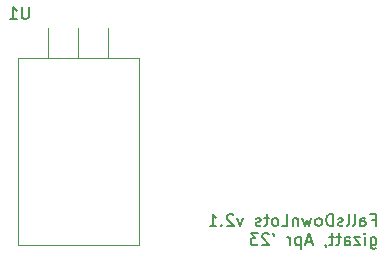
<source format=gbr>
%TF.GenerationSoftware,KiCad,Pcbnew,7.0.1*%
%TF.CreationDate,2023-04-23T15:33:48-04:00*%
%TF.ProjectId,board_v2,626f6172-645f-4763-922e-6b696361645f,rev?*%
%TF.SameCoordinates,Original*%
%TF.FileFunction,Legend,Bot*%
%TF.FilePolarity,Positive*%
%FSLAX46Y46*%
G04 Gerber Fmt 4.6, Leading zero omitted, Abs format (unit mm)*
G04 Created by KiCad (PCBNEW 7.0.1) date 2023-04-23 15:33:48*
%MOMM*%
%LPD*%
G01*
G04 APERTURE LIST*
%ADD10C,0.150000*%
%ADD11C,0.120000*%
G04 APERTURE END LIST*
D10*
X131508571Y-91713809D02*
X131841904Y-91713809D01*
X131841904Y-92237619D02*
X131841904Y-91237619D01*
X131841904Y-91237619D02*
X131365714Y-91237619D01*
X130556190Y-92237619D02*
X130556190Y-91713809D01*
X130556190Y-91713809D02*
X130603809Y-91618571D01*
X130603809Y-91618571D02*
X130699047Y-91570952D01*
X130699047Y-91570952D02*
X130889523Y-91570952D01*
X130889523Y-91570952D02*
X130984761Y-91618571D01*
X130556190Y-92190000D02*
X130651428Y-92237619D01*
X130651428Y-92237619D02*
X130889523Y-92237619D01*
X130889523Y-92237619D02*
X130984761Y-92190000D01*
X130984761Y-92190000D02*
X131032380Y-92094761D01*
X131032380Y-92094761D02*
X131032380Y-91999523D01*
X131032380Y-91999523D02*
X130984761Y-91904285D01*
X130984761Y-91904285D02*
X130889523Y-91856666D01*
X130889523Y-91856666D02*
X130651428Y-91856666D01*
X130651428Y-91856666D02*
X130556190Y-91809047D01*
X129937142Y-92237619D02*
X130032380Y-92190000D01*
X130032380Y-92190000D02*
X130079999Y-92094761D01*
X130079999Y-92094761D02*
X130079999Y-91237619D01*
X129413332Y-92237619D02*
X129508570Y-92190000D01*
X129508570Y-92190000D02*
X129556189Y-92094761D01*
X129556189Y-92094761D02*
X129556189Y-91237619D01*
X129079998Y-92190000D02*
X128984760Y-92237619D01*
X128984760Y-92237619D02*
X128794284Y-92237619D01*
X128794284Y-92237619D02*
X128699046Y-92190000D01*
X128699046Y-92190000D02*
X128651427Y-92094761D01*
X128651427Y-92094761D02*
X128651427Y-92047142D01*
X128651427Y-92047142D02*
X128699046Y-91951904D01*
X128699046Y-91951904D02*
X128794284Y-91904285D01*
X128794284Y-91904285D02*
X128937141Y-91904285D01*
X128937141Y-91904285D02*
X129032379Y-91856666D01*
X129032379Y-91856666D02*
X129079998Y-91761428D01*
X129079998Y-91761428D02*
X129079998Y-91713809D01*
X129079998Y-91713809D02*
X129032379Y-91618571D01*
X129032379Y-91618571D02*
X128937141Y-91570952D01*
X128937141Y-91570952D02*
X128794284Y-91570952D01*
X128794284Y-91570952D02*
X128699046Y-91618571D01*
X128222855Y-92237619D02*
X128222855Y-91237619D01*
X128222855Y-91237619D02*
X127984760Y-91237619D01*
X127984760Y-91237619D02*
X127841903Y-91285238D01*
X127841903Y-91285238D02*
X127746665Y-91380476D01*
X127746665Y-91380476D02*
X127699046Y-91475714D01*
X127699046Y-91475714D02*
X127651427Y-91666190D01*
X127651427Y-91666190D02*
X127651427Y-91809047D01*
X127651427Y-91809047D02*
X127699046Y-91999523D01*
X127699046Y-91999523D02*
X127746665Y-92094761D01*
X127746665Y-92094761D02*
X127841903Y-92190000D01*
X127841903Y-92190000D02*
X127984760Y-92237619D01*
X127984760Y-92237619D02*
X128222855Y-92237619D01*
X127079998Y-92237619D02*
X127175236Y-92190000D01*
X127175236Y-92190000D02*
X127222855Y-92142380D01*
X127222855Y-92142380D02*
X127270474Y-92047142D01*
X127270474Y-92047142D02*
X127270474Y-91761428D01*
X127270474Y-91761428D02*
X127222855Y-91666190D01*
X127222855Y-91666190D02*
X127175236Y-91618571D01*
X127175236Y-91618571D02*
X127079998Y-91570952D01*
X127079998Y-91570952D02*
X126937141Y-91570952D01*
X126937141Y-91570952D02*
X126841903Y-91618571D01*
X126841903Y-91618571D02*
X126794284Y-91666190D01*
X126794284Y-91666190D02*
X126746665Y-91761428D01*
X126746665Y-91761428D02*
X126746665Y-92047142D01*
X126746665Y-92047142D02*
X126794284Y-92142380D01*
X126794284Y-92142380D02*
X126841903Y-92190000D01*
X126841903Y-92190000D02*
X126937141Y-92237619D01*
X126937141Y-92237619D02*
X127079998Y-92237619D01*
X126413331Y-91570952D02*
X126222855Y-92237619D01*
X126222855Y-92237619D02*
X126032379Y-91761428D01*
X126032379Y-91761428D02*
X125841903Y-92237619D01*
X125841903Y-92237619D02*
X125651427Y-91570952D01*
X125270474Y-91570952D02*
X125270474Y-92237619D01*
X125270474Y-91666190D02*
X125222855Y-91618571D01*
X125222855Y-91618571D02*
X125127617Y-91570952D01*
X125127617Y-91570952D02*
X124984760Y-91570952D01*
X124984760Y-91570952D02*
X124889522Y-91618571D01*
X124889522Y-91618571D02*
X124841903Y-91713809D01*
X124841903Y-91713809D02*
X124841903Y-92237619D01*
X123889522Y-92237619D02*
X124365712Y-92237619D01*
X124365712Y-92237619D02*
X124365712Y-91237619D01*
X123413331Y-92237619D02*
X123508569Y-92190000D01*
X123508569Y-92190000D02*
X123556188Y-92142380D01*
X123556188Y-92142380D02*
X123603807Y-92047142D01*
X123603807Y-92047142D02*
X123603807Y-91761428D01*
X123603807Y-91761428D02*
X123556188Y-91666190D01*
X123556188Y-91666190D02*
X123508569Y-91618571D01*
X123508569Y-91618571D02*
X123413331Y-91570952D01*
X123413331Y-91570952D02*
X123270474Y-91570952D01*
X123270474Y-91570952D02*
X123175236Y-91618571D01*
X123175236Y-91618571D02*
X123127617Y-91666190D01*
X123127617Y-91666190D02*
X123079998Y-91761428D01*
X123079998Y-91761428D02*
X123079998Y-92047142D01*
X123079998Y-92047142D02*
X123127617Y-92142380D01*
X123127617Y-92142380D02*
X123175236Y-92190000D01*
X123175236Y-92190000D02*
X123270474Y-92237619D01*
X123270474Y-92237619D02*
X123413331Y-92237619D01*
X122794283Y-91570952D02*
X122413331Y-91570952D01*
X122651426Y-91237619D02*
X122651426Y-92094761D01*
X122651426Y-92094761D02*
X122603807Y-92190000D01*
X122603807Y-92190000D02*
X122508569Y-92237619D01*
X122508569Y-92237619D02*
X122413331Y-92237619D01*
X122127616Y-92190000D02*
X122032378Y-92237619D01*
X122032378Y-92237619D02*
X121841902Y-92237619D01*
X121841902Y-92237619D02*
X121746664Y-92190000D01*
X121746664Y-92190000D02*
X121699045Y-92094761D01*
X121699045Y-92094761D02*
X121699045Y-92047142D01*
X121699045Y-92047142D02*
X121746664Y-91951904D01*
X121746664Y-91951904D02*
X121841902Y-91904285D01*
X121841902Y-91904285D02*
X121984759Y-91904285D01*
X121984759Y-91904285D02*
X122079997Y-91856666D01*
X122079997Y-91856666D02*
X122127616Y-91761428D01*
X122127616Y-91761428D02*
X122127616Y-91713809D01*
X122127616Y-91713809D02*
X122079997Y-91618571D01*
X122079997Y-91618571D02*
X121984759Y-91570952D01*
X121984759Y-91570952D02*
X121841902Y-91570952D01*
X121841902Y-91570952D02*
X121746664Y-91618571D01*
X120603806Y-91570952D02*
X120365711Y-92237619D01*
X120365711Y-92237619D02*
X120127616Y-91570952D01*
X119794282Y-91332857D02*
X119746663Y-91285238D01*
X119746663Y-91285238D02*
X119651425Y-91237619D01*
X119651425Y-91237619D02*
X119413330Y-91237619D01*
X119413330Y-91237619D02*
X119318092Y-91285238D01*
X119318092Y-91285238D02*
X119270473Y-91332857D01*
X119270473Y-91332857D02*
X119222854Y-91428095D01*
X119222854Y-91428095D02*
X119222854Y-91523333D01*
X119222854Y-91523333D02*
X119270473Y-91666190D01*
X119270473Y-91666190D02*
X119841901Y-92237619D01*
X119841901Y-92237619D02*
X119222854Y-92237619D01*
X118794282Y-92142380D02*
X118746663Y-92190000D01*
X118746663Y-92190000D02*
X118794282Y-92237619D01*
X118794282Y-92237619D02*
X118841901Y-92190000D01*
X118841901Y-92190000D02*
X118794282Y-92142380D01*
X118794282Y-92142380D02*
X118794282Y-92237619D01*
X117794283Y-92237619D02*
X118365711Y-92237619D01*
X118079997Y-92237619D02*
X118079997Y-91237619D01*
X118079997Y-91237619D02*
X118175235Y-91380476D01*
X118175235Y-91380476D02*
X118270473Y-91475714D01*
X118270473Y-91475714D02*
X118365711Y-91523333D01*
X131413333Y-93190952D02*
X131413333Y-94000476D01*
X131413333Y-94000476D02*
X131460952Y-94095714D01*
X131460952Y-94095714D02*
X131508571Y-94143333D01*
X131508571Y-94143333D02*
X131603809Y-94190952D01*
X131603809Y-94190952D02*
X131746666Y-94190952D01*
X131746666Y-94190952D02*
X131841904Y-94143333D01*
X131413333Y-93810000D02*
X131508571Y-93857619D01*
X131508571Y-93857619D02*
X131699047Y-93857619D01*
X131699047Y-93857619D02*
X131794285Y-93810000D01*
X131794285Y-93810000D02*
X131841904Y-93762380D01*
X131841904Y-93762380D02*
X131889523Y-93667142D01*
X131889523Y-93667142D02*
X131889523Y-93381428D01*
X131889523Y-93381428D02*
X131841904Y-93286190D01*
X131841904Y-93286190D02*
X131794285Y-93238571D01*
X131794285Y-93238571D02*
X131699047Y-93190952D01*
X131699047Y-93190952D02*
X131508571Y-93190952D01*
X131508571Y-93190952D02*
X131413333Y-93238571D01*
X130937142Y-93857619D02*
X130937142Y-93190952D01*
X130937142Y-92857619D02*
X130984761Y-92905238D01*
X130984761Y-92905238D02*
X130937142Y-92952857D01*
X130937142Y-92952857D02*
X130889523Y-92905238D01*
X130889523Y-92905238D02*
X130937142Y-92857619D01*
X130937142Y-92857619D02*
X130937142Y-92952857D01*
X130556190Y-93190952D02*
X130032381Y-93190952D01*
X130032381Y-93190952D02*
X130556190Y-93857619D01*
X130556190Y-93857619D02*
X130032381Y-93857619D01*
X129222857Y-93857619D02*
X129222857Y-93333809D01*
X129222857Y-93333809D02*
X129270476Y-93238571D01*
X129270476Y-93238571D02*
X129365714Y-93190952D01*
X129365714Y-93190952D02*
X129556190Y-93190952D01*
X129556190Y-93190952D02*
X129651428Y-93238571D01*
X129222857Y-93810000D02*
X129318095Y-93857619D01*
X129318095Y-93857619D02*
X129556190Y-93857619D01*
X129556190Y-93857619D02*
X129651428Y-93810000D01*
X129651428Y-93810000D02*
X129699047Y-93714761D01*
X129699047Y-93714761D02*
X129699047Y-93619523D01*
X129699047Y-93619523D02*
X129651428Y-93524285D01*
X129651428Y-93524285D02*
X129556190Y-93476666D01*
X129556190Y-93476666D02*
X129318095Y-93476666D01*
X129318095Y-93476666D02*
X129222857Y-93429047D01*
X128889523Y-93190952D02*
X128508571Y-93190952D01*
X128746666Y-92857619D02*
X128746666Y-93714761D01*
X128746666Y-93714761D02*
X128699047Y-93810000D01*
X128699047Y-93810000D02*
X128603809Y-93857619D01*
X128603809Y-93857619D02*
X128508571Y-93857619D01*
X128318094Y-93190952D02*
X127937142Y-93190952D01*
X128175237Y-92857619D02*
X128175237Y-93714761D01*
X128175237Y-93714761D02*
X128127618Y-93810000D01*
X128127618Y-93810000D02*
X128032380Y-93857619D01*
X128032380Y-93857619D02*
X127937142Y-93857619D01*
X127556189Y-93810000D02*
X127556189Y-93857619D01*
X127556189Y-93857619D02*
X127603808Y-93952857D01*
X127603808Y-93952857D02*
X127651427Y-94000476D01*
X126413332Y-93571904D02*
X125937142Y-93571904D01*
X126508570Y-93857619D02*
X126175237Y-92857619D01*
X126175237Y-92857619D02*
X125841904Y-93857619D01*
X125508570Y-93190952D02*
X125508570Y-94190952D01*
X125508570Y-93238571D02*
X125413332Y-93190952D01*
X125413332Y-93190952D02*
X125222856Y-93190952D01*
X125222856Y-93190952D02*
X125127618Y-93238571D01*
X125127618Y-93238571D02*
X125079999Y-93286190D01*
X125079999Y-93286190D02*
X125032380Y-93381428D01*
X125032380Y-93381428D02*
X125032380Y-93667142D01*
X125032380Y-93667142D02*
X125079999Y-93762380D01*
X125079999Y-93762380D02*
X125127618Y-93810000D01*
X125127618Y-93810000D02*
X125222856Y-93857619D01*
X125222856Y-93857619D02*
X125413332Y-93857619D01*
X125413332Y-93857619D02*
X125508570Y-93810000D01*
X124603808Y-93857619D02*
X124603808Y-93190952D01*
X124603808Y-93381428D02*
X124556189Y-93286190D01*
X124556189Y-93286190D02*
X124508570Y-93238571D01*
X124508570Y-93238571D02*
X124413332Y-93190952D01*
X124413332Y-93190952D02*
X124318094Y-93190952D01*
X123175236Y-92857619D02*
X123270474Y-93048095D01*
X122794284Y-92952857D02*
X122746665Y-92905238D01*
X122746665Y-92905238D02*
X122651427Y-92857619D01*
X122651427Y-92857619D02*
X122413332Y-92857619D01*
X122413332Y-92857619D02*
X122318094Y-92905238D01*
X122318094Y-92905238D02*
X122270475Y-92952857D01*
X122270475Y-92952857D02*
X122222856Y-93048095D01*
X122222856Y-93048095D02*
X122222856Y-93143333D01*
X122222856Y-93143333D02*
X122270475Y-93286190D01*
X122270475Y-93286190D02*
X122841903Y-93857619D01*
X122841903Y-93857619D02*
X122222856Y-93857619D01*
X121889522Y-92857619D02*
X121270475Y-92857619D01*
X121270475Y-92857619D02*
X121603808Y-93238571D01*
X121603808Y-93238571D02*
X121460951Y-93238571D01*
X121460951Y-93238571D02*
X121365713Y-93286190D01*
X121365713Y-93286190D02*
X121318094Y-93333809D01*
X121318094Y-93333809D02*
X121270475Y-93429047D01*
X121270475Y-93429047D02*
X121270475Y-93667142D01*
X121270475Y-93667142D02*
X121318094Y-93762380D01*
X121318094Y-93762380D02*
X121365713Y-93810000D01*
X121365713Y-93810000D02*
X121460951Y-93857619D01*
X121460951Y-93857619D02*
X121746665Y-93857619D01*
X121746665Y-93857619D02*
X121841903Y-93810000D01*
X121841903Y-93810000D02*
X121889522Y-93762380D01*
%TO.C,U1*%
X102469891Y-73712473D02*
X102469891Y-74521996D01*
X102469891Y-74521996D02*
X102422272Y-74617234D01*
X102422272Y-74617234D02*
X102374653Y-74664854D01*
X102374653Y-74664854D02*
X102279415Y-74712473D01*
X102279415Y-74712473D02*
X102088939Y-74712473D01*
X102088939Y-74712473D02*
X101993701Y-74664854D01*
X101993701Y-74664854D02*
X101946082Y-74617234D01*
X101946082Y-74617234D02*
X101898463Y-74521996D01*
X101898463Y-74521996D02*
X101898463Y-73712473D01*
X100898463Y-74712473D02*
X101469891Y-74712473D01*
X101184177Y-74712473D02*
X101184177Y-73712473D01*
X101184177Y-73712473D02*
X101279415Y-73855330D01*
X101279415Y-73855330D02*
X101374653Y-73950568D01*
X101374653Y-73950568D02*
X101469891Y-73998187D01*
D11*
X111800000Y-93875000D02*
X111800000Y-77985000D01*
X109220000Y-77985000D02*
X109220000Y-75445000D01*
X106680000Y-77985000D02*
X106680000Y-75445000D01*
X104140000Y-77985000D02*
X104140000Y-75445000D01*
X101560000Y-77985000D02*
X111800000Y-77985000D01*
X101560000Y-93875000D02*
X111800000Y-93875000D01*
X101560000Y-93875000D02*
X101560000Y-77985000D01*
%TD*%
M02*

</source>
